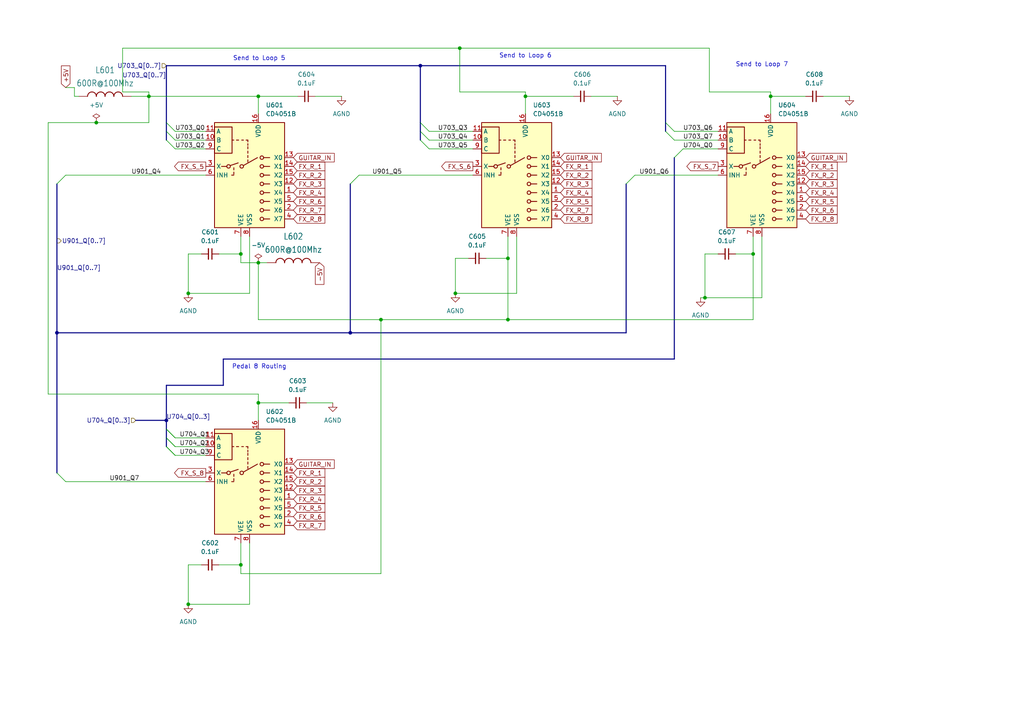
<source format=kicad_sch>
(kicad_sch (version 20250114) (generator "eeschema") (generator_version "9.0")
  (paper "A4")
  (lib_symbols
    (symbol "Analog_Switch:CD4051B"
      (property "Reference" "U" (at -10.16 16.51 0))
      (property "Value" "CD4051B" (at 3.81 16.51 0))
      (symbol "CD4051B_0_1"
        (rectangle (start -10.16 15.24) (end 10.16 -15.24) (stroke (width 0.254)) (fill (type background)))
        (rectangle (start -10.16 6.35) (end -5.08 13.97) (stroke (width 0.254)))
        (polyline (pts (xy -8.128 2.54) (xy -6.604 2.54)) (stroke (width 0.254)))
        (circle (center -6.096 2.54) (radius 0.508) (stroke (width 0.254)))
        (polyline (pts (xy -5.588 2.794) (xy -3.302 3.556)) (stroke (width 0.254)))
        (polyline (pts (xy -4.572 10.16) (xy -5.08 10.16)) (stroke (width 0.254)))
        (polyline (pts (xy -4.572 1.524) (xy -4.572 2.159)) (stroke (width 0.254)))
        (polyline (pts (xy -4.572 0.254) (xy -4.572 0.889)) (stroke (width 0.254)))
        (polyline (pts (xy -4.572 0) (xy -5.207 0)) (stroke (width 0.254)))
        (polyline (pts (xy -3.81 10.16) (xy -3.175 10.16)) (stroke (width 0.254)))
        (circle (center -2.286 2.54) (radius 0.508) (stroke (width 0.254)))
        (polyline (pts (xy -1.778 10.16) (xy -2.286 10.16)) (stroke (width 0.254)))
        (polyline (pts (xy -1.778 2.794) (xy 2.286 5.08)) (stroke (width 0.254)))
        (polyline (pts (xy -0.508 10.16) (xy -1.016 10.16)) (stroke (width 0.254)))
        (polyline (pts (xy -0.508 9.652) (xy -0.508 10.16)) (stroke (width 0.254)))
        (polyline (pts (xy -0.508 8.636) (xy -0.508 9.144)) (stroke (width 0.254)))
        (polyline (pts (xy -0.508 7.62) (xy -0.508 8.255)) (stroke (width 0.254)))
        (polyline (pts (xy -0.508 6.35) (xy -0.508 6.985)) (stroke (width 0.254)))
        (polyline (pts (xy -0.508 5.08) (xy -0.508 5.715)) (stroke (width 0.254)))
        (polyline (pts (xy -0.508 3.81) (xy -0.508 4.445)) (stroke (width 0.254)))
        (circle (center 3.556 5.08) (radius 0.508) (stroke (width 0.254)))
        (circle (center 3.556 2.54) (radius 0.508) (stroke (width 0.254)))
        (circle (center 3.556 0) (radius 0.508) (stroke (width 0.254)))
        (circle (center 3.556 -2.54) (radius 0.508) (stroke (width 0.254)))
        (circle (center 3.556 -5.08) (radius 0.508) (stroke (width 0.254)))
        (circle (center 3.556 -7.62) (radius 0.508) (stroke (width 0.254)))
        (circle (center 3.556 -10.16) (radius 0.508) (stroke (width 0.254)))
        (circle (center 3.556 -12.7) (radius 0.508) (stroke (width 0.254)))
        (polyline (pts (xy 4.064 5.08) (xy 5.842 5.08)) (stroke (width 0.254)))
        (polyline (pts (xy 4.064 2.54) (xy 5.842 2.54)) (stroke (width 0.254)))
        (polyline (pts (xy 4.064 0) (xy 5.842 0)) (stroke (width 0.254)))
        (polyline (pts (xy 4.064 -2.54) (xy 5.842 -2.54)) (stroke (width 0.254)))
        (polyline (pts (xy 4.064 -5.08) (xy 5.842 -5.08)) (stroke (width 0.254)))
        (polyline (pts (xy 4.064 -7.62) (xy 5.842 -7.62)) (stroke (width 0.254)))
        (polyline (pts (xy 4.064 -10.16) (xy 5.842 -10.16)) (stroke (width 0.254)))
        (polyline (pts (xy 4.064 -12.7) (xy 5.842 -12.7)) (stroke (width 0.254)))
      )
      (symbol "CD4051B_1_1"
        (pin input line (at -12.7 12.7 0) (length 2.54) (name "A") (number "11"))
        (pin input line (at -12.7 10.16 0) (length 2.54) (name "B") (number "10"))
        (pin input line (at -12.7 7.62 0) (length 2.54) (name "C") (number "9"))
        (pin bidirectional line (at -12.7 2.54 0) (length 2.54) (name "X") (number "3"))
        (pin input line (at -12.7 0 0) (length 2.54) (name "INH") (number "6"))
        (pin power_in line (at -2.54 -17.78 90) (length 2.54) (name "VEE") (number "7"))
        (pin power_in line (at 0 -17.78 90) (length 2.54) (name "VSS") (number "8"))
        (pin power_in line (at 2.54 17.78 270) (length 2.54) (name "VDD") (number "16"))
        (pin bidirectional line (at 12.7 5.08 180) (length 2.54) (name "X0") (number "13"))
        (pin bidirectional line (at 12.7 2.54 180) (length 2.54) (name "X1") (number "14"))
        (pin bidirectional line (at 12.7 0 180) (length 2.54) (name "X2") (number "15"))
        (pin bidirectional line (at 12.7 -2.54 180) (length 2.54) (name "X3") (number "12"))
        (pin bidirectional line (at 12.7 -5.08 180) (length 2.54) (name "X4") (number "1"))
        (pin bidirectional line (at 12.7 -7.62 180) (length 2.54) (name "X5") (number "5"))
        (pin bidirectional line (at 12.7 -10.16 180) (length 2.54) (name "X6") (number "2"))
        (pin bidirectional line (at 12.7 -12.7 180) (length 2.54) (name "X7") (number "4"))
      )
    )
    (symbol "Device:C_Small" (pin_numbers (hide yes)) (pin_names (offset 0.254) (hide yes))
      (property "Reference" "C" (at 0.254 1.778 0))
      (property "Value" "C_Small" (at 0.254 -2.032 0))
      (symbol "C_Small_0_1"
        (polyline (pts (xy -1.524 0.508) (xy 1.524 0.508)) (stroke (width 0.3048)))
        (polyline (pts (xy -1.524 -0.508) (xy 1.524 -0.508)) (stroke (width 0.3302)))
      )
      (symbol "C_Small_1_1"
        (pin passive line (at 0 2.54 270) (length 2.032) (name "~") (number "1"))
        (pin passive line (at 0 -2.54 90) (length 2.032) (name "~") (number "2"))
      )
    )
    (symbol "WE_UKW:WE-UKW_1SW_74275010"
      (property "Reference" "L" (at 0 2.54 0))
      (symbol "WE-UKW_1SW_74275010_1_0"
        (arc (start -5.08 0) (mid -3.81 1.27) (end -2.54 0) (stroke (width 0.254)))
        (arc (start -2.54 0) (mid -1.27 1.27) (end 0 0) (stroke (width 0.254)))
        (arc (start 0 0) (mid 1.27 1.27) (end 2.54 0) (stroke (width 0.254)))
        (arc (start 2.54 0) (mid 3.81 1.27) (end 5.08 0) (stroke (width 0.254)))
        (pin passive line (at -7.62 0 0) (length 2.54) (name "1") (number "1"))
        (pin passive line (at 7.62 0 180) (length 2.54) (name "2") (number "2"))
      )
    )
    (symbol "power:GND" (power) (pin_numbers (hide yes)) (pin_names (offset 0) (hide yes))
      (property "Value" "GND" (at 0 -3.81 0))
      (symbol "GND_0_1"
        (polyline (pts (xy 0 0) (xy 0 -1.27) (xy 1.27 -1.27) (xy 0 -2.54) (xy -1.27 -1.27) (xy 0 -1.27)))
      )
      (symbol "GND_1_1"
        (pin power_in line (at 0 0 270) (length 0) (name "~") (number "1"))
      )
    )
    (symbol "power:PWR_FLAG" (power) (pin_numbers (hide yes)) (pin_names (offset 0) (hide yes))
      (property "Value" "PWR_FLAG" (at 0 3.81 0))
      (symbol "PWR_FLAG_0_0"
        (pin power_out line (at 0 0 90) (length 0) (name "~") (number "1"))
      )
      (symbol "PWR_FLAG_0_1"
        (polyline (pts (xy 0 0) (xy 0 1.27) (xy -1.016 1.905) (xy 0 2.54) (xy 1.016 1.905) (xy 0 1.27)))
      )
    )
  )
  (text "Pedal 8 Routing" (at 75.184 106.426 0) (effects (font (size 1.27 1.27))))
  (text "Send to Loop 5" (at 75.184 17.018 0) (effects (font (size 1.27 1.27))))
  (text "Send to Loop 6" (at 152.4 16.256 0) (effects (font (size 1.27 1.27))))
  (text "Send to Loop 7" (at 220.98 18.796 0) (effects (font (size 1.27 1.27))))
  (junction (at 110.49 92.71))
  (junction (at 218.44 73.66))
  (junction (at 204.47 86.36))
  (junction (at 101.6 96.52))
  (junction (at 223.52 27.94))
  (junction (at 48.26 121.92))
  (junction (at 121.92 19.05))
  (junction (at 133.35 13.97))
  (junction (at 54.61 175.26))
  (junction (at 152.4 27.94))
  (junction (at 69.85 73.66))
  (junction (at 27.94 35.56))
  (junction (at 74.93 27.94))
  (junction (at 43.18 27.94))
  (junction (at 74.93 76.2))
  (junction (at 54.61 85.09))
  (junction (at 147.32 92.71))
  (junction (at 74.93 116.84))
  (junction (at 147.32 74.93))
  (junction (at 16.51 96.52))
  (junction (at 132.08 85.09))
  (junction (at 69.85 163.83))
  (bus_entry (at 48.26 124.46) (size 2.54 2.54))
  (bus_entry (at 48.26 35.56) (size 2.54 2.54))
  (bus_entry (at 193.04 38.1) (size 2.54 2.54))
  (bus_entry (at 48.26 129.54) (size 2.54 2.54))
  (bus_entry (at 121.92 40.64) (size 2.54 2.54))
  (bus_entry (at 48.26 40.64) (size 2.54 2.54))
  (bus_entry (at 121.92 35.56) (size 2.54 2.54))
  (bus_entry (at 101.6 53.34) (size 2.54 -2.54))
  (bus_entry (at 181.61 53.34) (size 2.54 -2.54))
  (bus_entry (at 193.04 35.56) (size 2.54 2.54))
  (bus_entry (at 16.51 53.34) (size 2.54 -2.54))
  (bus_entry (at 48.26 129.54) (size 2.54 2.54))
  (bus_entry (at 121.92 38.1) (size 2.54 2.54))
  (bus_entry (at 48.26 124.46) (size 2.54 2.54))
  (bus_entry (at 48.26 127) (size 2.54 2.54))
  (bus_entry (at 48.26 38.1) (size 2.54 2.54))
  (bus_entry (at 48.26 127) (size 2.54 2.54))
  (bus_entry (at 195.58 45.72) (size 2.54 -2.54))
  (bus_entry (at 16.51 137.16) (size 2.54 2.54))
  (wire (pts (xy 149.86 68.58) (xy 149.86 85.09)))
  (wire (pts (xy 238.76 27.94) (xy 246.38 27.94)))
  (wire (pts (xy 204.47 73.66) (xy 208.28 73.66)))
  (wire (pts (xy 223.52 27.94) (xy 223.52 33.02)))
  (wire (pts (xy 204.47 86.36) (xy 203.2 86.36)))
  (wire (pts (xy 195.58 40.64) (xy 208.28 40.64)))
  (wire (pts (xy 63.5 73.66) (xy 69.85 73.66)))
  (wire (pts (xy 124.46 40.64) (xy 137.16 40.64)))
  (wire (pts (xy 223.52 27.94) (xy 233.68 27.94)))
  (bus (pts (xy 39.37 121.92) (xy 48.26 121.92)))
  (wire (pts (xy 140.97 74.93) (xy 147.32 74.93)))
  (wire (pts (xy 152.4 26.67) (xy 133.35 26.67)))
  (wire (pts (xy 220.98 86.36) (xy 204.47 86.36)))
  (wire (pts (xy 69.85 166.37) (xy 110.49 166.37)))
  (wire (pts (xy 74.93 76.2) (xy 77.47 76.2)))
  (bus (pts (xy 16.51 96.52) (xy 101.6 96.52)))
  (bus (pts (xy 48.26 38.1) (xy 48.26 40.64)))
  (wire (pts (xy 63.5 163.83) (xy 69.85 163.83)))
  (wire (pts (xy 50.8 132.08) (xy 59.69 132.08)))
  (wire (pts (xy 184.15 50.8) (xy 208.28 50.8)))
  (wire (pts (xy 72.39 175.26) (xy 54.61 175.26)))
  (wire (pts (xy 54.61 73.66) (xy 58.42 73.66)))
  (wire (pts (xy 74.93 116.84) (xy 74.93 121.92)))
  (bus (pts (xy 193.04 35.56) (xy 193.04 38.1)))
  (wire (pts (xy 74.93 114.3) (xy 13.97 114.3)))
  (bus (pts (xy 193.04 19.05) (xy 193.04 35.56)))
  (wire (pts (xy 69.85 76.2) (xy 69.85 73.66)))
  (wire (pts (xy 104.14 50.8) (xy 137.16 50.8)))
  (wire (pts (xy 86.36 27.94) (xy 74.93 27.94)))
  (wire (pts (xy 21.59 25.4) (xy 19.05 25.4)))
  (wire (pts (xy 27.94 35.56) (xy 43.18 35.56)))
  (bus (pts (xy 64.77 111.76) (xy 64.77 104.14)))
  (wire (pts (xy 74.93 92.71) (xy 74.93 76.2)))
  (wire (pts (xy 152.4 26.67) (xy 152.4 27.94)))
  (bus (pts (xy 101.6 96.52) (xy 181.61 96.52)))
  (bus (pts (xy 16.51 53.34) (xy 16.51 96.52)))
  (bus (pts (xy 48.26 19.05) (xy 48.26 35.56)))
  (wire (pts (xy 21.59 27.94) (xy 21.59 25.4)))
  (wire (pts (xy 195.58 38.1) (xy 208.28 38.1)))
  (wire (pts (xy 213.36 73.66) (xy 218.44 73.66)))
  (wire (pts (xy 132.08 74.93) (xy 132.08 85.09)))
  (wire (pts (xy 74.93 116.84) (xy 83.82 116.84)))
  (wire (pts (xy 149.86 85.09) (xy 132.08 85.09)))
  (bus (pts (xy 181.61 53.34) (xy 181.61 96.52)))
  (wire (pts (xy 152.4 27.94) (xy 152.4 33.02)))
  (wire (pts (xy 43.18 35.56) (xy 43.18 27.94)))
  (wire (pts (xy 218.44 73.66) (xy 218.44 68.58)))
  (wire (pts (xy 50.8 129.54) (xy 59.69 129.54)))
  (bus (pts (xy 48.26 121.92) (xy 48.26 124.46)))
  (wire (pts (xy 21.59 27.94) (xy 22.86 27.94)))
  (wire (pts (xy 74.93 114.3) (xy 74.93 116.84)))
  (wire (pts (xy 91.44 27.94) (xy 99.06 27.94)))
  (wire (pts (xy 54.61 163.83) (xy 54.61 175.26)))
  (wire (pts (xy 35.56 13.97) (xy 35.56 26.67)))
  (wire (pts (xy 38.1 27.94) (xy 43.18 27.94)))
  (bus (pts (xy 121.92 35.56) (xy 121.92 38.1)))
  (bus (pts (xy 48.26 121.92) (xy 48.26 111.76)))
  (wire (pts (xy 110.49 92.71) (xy 74.93 92.71)))
  (wire (pts (xy 43.18 27.94) (xy 74.93 27.94)))
  (wire (pts (xy 69.85 166.37) (xy 69.85 163.83)))
  (bus (pts (xy 121.92 19.05) (xy 48.26 19.05)))
  (wire (pts (xy 13.97 35.56) (xy 27.94 35.56)))
  (wire (pts (xy 166.37 27.94) (xy 152.4 27.94)))
  (wire (pts (xy 74.93 27.94) (xy 74.93 33.02)))
  (wire (pts (xy 19.05 139.7) (xy 59.69 139.7)))
  (wire (pts (xy 50.8 38.1) (xy 59.69 38.1)))
  (wire (pts (xy 218.44 92.71) (xy 147.32 92.71)))
  (bus (pts (xy 195.58 45.72) (xy 195.58 104.14)))
  (wire (pts (xy 43.18 26.67) (xy 43.18 27.94)))
  (bus (pts (xy 48.26 111.76) (xy 64.77 111.76)))
  (wire (pts (xy 147.32 92.71) (xy 110.49 92.71)))
  (wire (pts (xy 205.74 26.67) (xy 205.74 13.97)))
  (bus (pts (xy 48.26 127) (xy 48.26 129.54)))
  (wire (pts (xy 54.61 163.83) (xy 58.42 163.83)))
  (bus (pts (xy 48.26 35.56) (xy 48.26 38.1)))
  (wire (pts (xy 50.8 43.18) (xy 59.69 43.18)))
  (wire (pts (xy 147.32 74.93) (xy 147.32 68.58)))
  (bus (pts (xy 16.51 96.52) (xy 16.51 137.16)))
  (bus (pts (xy 64.77 104.14) (xy 195.58 104.14)))
  (wire (pts (xy 69.85 73.66) (xy 69.85 68.58)))
  (wire (pts (xy 19.05 50.8) (xy 59.69 50.8)))
  (bus (pts (xy 121.92 35.56) (xy 121.92 19.05)))
  (bus (pts (xy 48.26 124.46) (xy 48.26 127)))
  (wire (pts (xy 198.12 43.18) (xy 208.28 43.18)))
  (wire (pts (xy 223.52 26.67) (xy 223.52 27.94)))
  (wire (pts (xy 72.39 157.48) (xy 72.39 175.26)))
  (wire (pts (xy 69.85 76.2) (xy 74.93 76.2)))
  (wire (pts (xy 69.85 163.83) (xy 69.85 157.48)))
  (wire (pts (xy 88.9 116.84) (xy 96.52 116.84)))
  (wire (pts (xy 132.08 74.93) (xy 135.89 74.93)))
  (wire (pts (xy 171.45 27.94) (xy 179.07 27.94)))
  (wire (pts (xy 13.97 114.3) (xy 13.97 35.56)))
  (wire (pts (xy 147.32 74.93) (xy 147.32 92.71)))
  (wire (pts (xy 124.46 38.1) (xy 137.16 38.1)))
  (wire (pts (xy 50.8 40.64) (xy 59.69 40.64)))
  (wire (pts (xy 133.35 26.67) (xy 133.35 13.97)))
  (wire (pts (xy 72.39 68.58) (xy 72.39 85.09)))
  (wire (pts (xy 223.52 26.67) (xy 205.74 26.67)))
  (wire (pts (xy 133.35 13.97) (xy 35.56 13.97)))
  (bus (pts (xy 101.6 53.34) (xy 101.6 96.52)))
  (wire (pts (xy 220.98 68.58) (xy 220.98 86.36)))
  (wire (pts (xy 205.74 13.97) (xy 133.35 13.97)))
  (wire (pts (xy 204.47 73.66) (xy 204.47 86.36)))
  (bus (pts (xy 121.92 19.05) (xy 193.04 19.05)))
  (wire (pts (xy 35.56 26.67) (xy 43.18 26.67)))
  (wire (pts (xy 54.61 73.66) (xy 54.61 85.09)))
  (bus (pts (xy 121.92 38.1) (xy 121.92 40.64)))
  (wire (pts (xy 72.39 85.09) (xy 54.61 85.09)))
  (wire (pts (xy 218.44 73.66) (xy 218.44 92.71)))
  (wire (pts (xy 124.46 43.18) (xy 137.16 43.18)))
  (wire (pts (xy 110.49 166.37) (xy 110.49 92.71)))
  (wire (pts (xy 50.8 127) (xy 59.69 127)))
  (label "U704_Q3" (at 52.07 132.08 0))
  (label "U703_Q3" (at 127 38.1 0))
  (label "U901_Q7" (at 31.75 139.7 0))
  (label "U703_Q5" (at 127 43.18 0))
  (label "U704_Q[0..3]" (at 48.26 121.92 0))
  (label "U703_Q7" (at 198.12 40.64 0))
  (label "U703_Q[0..7]" (at 48.26 22.86 180))
  (label "U901_Q6" (at 185.42 50.8 0))
  (label "U703_Q4" (at 127 40.64 0))
  (label "U901_Q4" (at 38.1 50.8 0))
  (label "U901_Q[0..7]" (at 16.51 78.74 0))
  (label "U704_Q0" (at 198.12 43.18 0))
  (label "U703_Q6" (at 198.12 38.1 0))
  (label "U703_Q1" (at 50.8 40.64 0))
  (label "U704_Q1" (at 52.07 127 0))
  (label "U703_Q0" (at 50.8 38.1 0))
  (label "U704_Q2" (at 52.07 129.54 0))
  (label "U901_Q5" (at 107.95 50.8 0))
  (label "U703_Q2" (at 50.8 43.18 0))
  (global_label "FX_R_4" (shape input) (at 162.56 55.88 0) (property "Intersheetrefs" "${INTERSHEET_REFS}" (effects (hide yes))))
  (global_label "FX_R_7" (shape input) (at 85.09 60.96 0) (property "Intersheetrefs" "${INTERSHEET_REFS}" (effects (hide yes))))
  (global_label "FX_R_8" (shape input) (at 162.56 63.5 0) (property "Intersheetrefs" "${INTERSHEET_REFS}" (effects (hide yes))))
  (global_label "FX_R_7" (shape input) (at 162.56 60.96 0) (property "Intersheetrefs" "${INTERSHEET_REFS}" (effects (hide yes))))
  (global_label "FX_R_6" (shape input) (at 233.68 60.96 0) (property "Intersheetrefs" "${INTERSHEET_REFS}" (effects (hide yes))))
  (global_label "GUITAR_IN" (shape input) (at 233.68 45.72 0) (property "Intersheetrefs" "${INTERSHEET_REFS}" (effects (hide yes))))
  (global_label "FX_R_5" (shape input) (at 162.56 58.42 0) (property "Intersheetrefs" "${INTERSHEET_REFS}" (effects (hide yes))))
  (global_label "FX_R_5" (shape input) (at 85.09 147.32 0) (property "Intersheetrefs" "${INTERSHEET_REFS}" (effects (hide yes))))
  (global_label "FX_R_5" (shape input) (at 233.68 58.42 0) (property "Intersheetrefs" "${INTERSHEET_REFS}" (effects (hide yes))))
  (global_label "FX_R_4" (shape input) (at 85.09 144.78 0) (property "Intersheetrefs" "${INTERSHEET_REFS}" (effects (hide yes))))
  (global_label "FX_S_5" (shape output) (at 59.69 48.26 180) (property "Intersheetrefs" "${INTERSHEET_REFS}" (effects (hide yes))))
  (global_label "FX_R_7" (shape input) (at 85.09 152.4 0) (property "Intersheetrefs" "${INTERSHEET_REFS}" (effects (hide yes))))
  (global_label "GUITAR_IN" (shape input) (at 85.09 45.72 0) (property "Intersheetrefs" "${INTERSHEET_REFS}" (effects (hide yes))))
  (global_label "FX_R_1" (shape input) (at 233.68 48.26 0) (property "Intersheetrefs" "${INTERSHEET_REFS}" (effects (hide yes))))
  (global_label "FX_R_3" (shape input) (at 85.09 142.24 0) (property "Intersheetrefs" "${INTERSHEET_REFS}" (effects (hide yes))))
  (global_label "FX_R_2" (shape input) (at 85.09 139.7 0) (property "Intersheetrefs" "${INTERSHEET_REFS}" (effects (hide yes))))
  (global_label "FX_R_8" (shape input) (at 233.68 63.5 0) (property "Intersheetrefs" "${INTERSHEET_REFS}" (effects (hide yes))))
  (global_label "FX_R_6" (shape input) (at 85.09 58.42 0) (property "Intersheetrefs" "${INTERSHEET_REFS}" (effects (hide yes))))
  (global_label "FX_R_1" (shape input) (at 85.09 137.16 0) (property "Intersheetrefs" "${INTERSHEET_REFS}" (effects (hide yes))))
  (global_label "FX_R_4" (shape input) (at 85.09 55.88 0) (property "Intersheetrefs" "${INTERSHEET_REFS}" (effects (hide yes))))
  (global_label "FX_R_2" (shape input) (at 85.09 50.8 0) (property "Intersheetrefs" "${INTERSHEET_REFS}" (effects (hide yes))))
  (global_label "FX_R_2" (shape input) (at 162.56 50.8 0) (property "Intersheetrefs" "${INTERSHEET_REFS}" (effects (hide yes))))
  (global_label "FX_S_7" (shape output) (at 208.28 48.26 180) (property "Intersheetrefs" "${INTERSHEET_REFS}" (effects (hide yes))))
  (global_label "FX_R_1" (shape input) (at 85.09 48.26 0) (property "Intersheetrefs" "${INTERSHEET_REFS}" (effects (hide yes))))
  (global_label "FX_S_6" (shape output) (at 137.16 48.26 180) (property "Intersheetrefs" "${INTERSHEET_REFS}" (effects (hide yes))))
  (global_label "FX_R_2" (shape input) (at 233.68 50.8 0) (property "Intersheetrefs" "${INTERSHEET_REFS}" (effects (hide yes))))
  (global_label "FX_R_4" (shape input) (at 233.68 55.88 0) (property "Intersheetrefs" "${INTERSHEET_REFS}" (effects (hide yes))))
  (global_label "GUITAR_IN" (shape input) (at 162.56 45.72 0) (property "Intersheetrefs" "${INTERSHEET_REFS}" (effects (hide yes))))
  (global_label "FX_S_8" (shape output) (at 59.69 137.16 180) (property "Intersheetrefs" "${INTERSHEET_REFS}" (effects (hide yes))))
  (global_label "+5V" (shape input) (at 19.05 25.4 90) (property "Intersheetrefs" "${INTERSHEET_REFS}" (effects (hide yes))))
  (global_label "-5V" (shape input) (at 92.71 76.2 270) (property "Intersheetrefs" "${INTERSHEET_REFS}" (effects (hide yes))))
  (global_label "FX_R_6" (shape input) (at 85.09 149.86 0) (property "Intersheetrefs" "${INTERSHEET_REFS}" (effects (hide yes))))
  (global_label "FX_R_3" (shape input) (at 162.56 53.34 0) (property "Intersheetrefs" "${INTERSHEET_REFS}" (effects (hide yes))))
  (global_label "FX_R_3" (shape input) (at 85.09 53.34 0) (property "Intersheetrefs" "${INTERSHEET_REFS}" (effects (hide yes))))
  (global_label "FX_R_8" (shape input) (at 85.09 63.5 0) (property "Intersheetrefs" "${INTERSHEET_REFS}" (effects (hide yes))))
  (global_label "GUITAR_IN" (shape input) (at 85.09 134.62 0) (property "Intersheetrefs" "${INTERSHEET_REFS}" (effects (hide yes))))
  (global_label "FX_R_1" (shape input) (at 162.56 48.26 0) (property "Intersheetrefs" "${INTERSHEET_REFS}" (effects (hide yes))))
  (global_label "FX_R_3" (shape input) (at 233.68 53.34 0) (property "Intersheetrefs" "${INTERSHEET_REFS}" (effects (hide yes))))
  (hierarchical_label "U704_Q[0..3]" (shape input) (at 39.37 121.92 180))
  (hierarchical_label "U901_Q[0..7]" (shape output) (at 16.51 69.85 0))
  (hierarchical_label "U703_Q[0..7]" (shape input) (at 48.26 19.05 180))
  (symbol (lib_id "Analog_Switch:CD4051B") (at 72.39 139.7 0) (unit 1)
    (property "Reference" "U602" (at 77.0733 119.38 0) (effects (justify left)))
    (property "Value" "CD4051B" (at 77.0733 121.92 0) (effects (justify left)))
    (property "Footprint" "Package_DIP:DIP-16_W7.62mm" (effects (hide yes)))
    (property "Datasheet" "http://www.ti.com/lit/ds/symlink/cd4052b.pdf" (effects (hide yes)))
    (property "Description" "CMOS single 8-channel analog multiplexer demultiplexer, TSSOP-16/DIP-16/SOIC-16" (effects (hide yes)))
  )
  (symbol (lib_id "Device:C_Small") (at 236.22 27.94 270) (unit 1)
    (property "Reference" "C608" (at 236.2136 21.59 90))
    (property "Value" "0.1uF" (at 236.2136 24.13 90))
    (property "Footprint" "Capacitor_THT:C_Disc_D5.0mm_W2.5mm_P2.50mm" (effects (hide yes)))
    (property "Description" "Unpolarized capacitor, small symbol" (effects (hide yes)))
  )
  (symbol (lib_id "power:GND") (at 132.08 85.09 0) (unit 1)
    (property "Reference" "#PWR0605" (effects (hide yes)))
    (property "Value" "AGND" (at 132.08 90.17 0))
    (property "Description" "Power symbol creates a global label with name \"GND\" , ground" (effects (hide yes)))
  )
  (symbol (lib_id "power:GND") (at 179.07 27.94 0) (unit 1)
    (property "Reference" "#PWR0606" (effects (hide yes)))
    (property "Value" "AGND" (at 179.07 33.02 0))
    (property "Description" "Power symbol creates a global label with name \"GND\" , ground" (effects (hide yes)))
  )
  (symbol (lib_id "Device:C_Small") (at 210.82 73.66 270) (unit 1)
    (property "Reference" "C607" (at 210.8136 67.31 90))
    (property "Value" "0.1uF" (at 210.8136 69.85 90))
    (property "Footprint" "Capacitor_THT:C_Disc_D5.0mm_W2.5mm_P2.50mm" (effects (hide yes)))
    (property "Description" "Unpolarized capacitor, small symbol" (effects (hide yes)))
  )
  (symbol (lib_id "power:GND") (at 54.61 85.09 0) (unit 1)
    (property "Reference" "#PWR0601" (effects (hide yes)))
    (property "Value" "AGND" (at 54.61 90.17 0))
    (property "Description" "Power symbol creates a global label with name \"GND\" , ground" (effects (hide yes)))
  )
  (symbol (lib_id "power:GND") (at 99.06 27.94 0) (unit 1)
    (property "Reference" "#PWR0604" (effects (hide yes)))
    (property "Value" "AGND" (at 99.06 33.02 0))
    (property "Description" "Power symbol creates a global label with name \"GND\" , ground" (effects (hide yes)))
  )
  (symbol (lib_id "Device:C_Small") (at 86.36 116.84 270) (unit 1)
    (property "Reference" "C603" (at 86.3536 110.49 90))
    (property "Value" "0.1uF" (at 86.3536 113.03 90))
    (property "Footprint" "Capacitor_THT:C_Disc_D5.0mm_W2.5mm_P2.50mm" (effects (hide yes)))
    (property "Description" "Unpolarized capacitor, small symbol" (effects (hide yes)))
  )
  (symbol (lib_id "Device:C_Small") (at 60.96 163.83 270) (unit 1)
    (property "Reference" "C602" (at 60.9536 157.48 90))
    (property "Value" "0.1uF" (at 60.9536 160.02 90))
    (property "Footprint" "Capacitor_THT:C_Disc_D5.0mm_W2.5mm_P2.50mm" (effects (hide yes)))
    (property "Description" "Unpolarized capacitor, small symbol" (effects (hide yes)))
  )
  (symbol (lib_id "Device:C_Small") (at 138.43 74.93 270) (unit 1)
    (property "Reference" "C605" (at 138.4236 68.58 90))
    (property "Value" "0.1uF" (at 138.4236 71.12 90))
    (property "Footprint" "Capacitor_THT:C_Disc_D5.0mm_W2.5mm_P2.50mm" (effects (hide yes)))
    (property "Description" "Unpolarized capacitor, small symbol" (effects (hide yes)))
  )
  (symbol (lib_id "power:PWR_FLAG") (at 27.94 35.56 0) (unit 1)
    (property "Reference" "#FLG0602" (effects (hide yes)))
    (property "Value" "+5V" (at 27.94 30.48 0))
    (property "Description" "Special symbol for telling ERC where power comes from" (effects (hide yes)))
  )
  (symbol (lib_id "power:GND") (at 246.38 27.94 0) (unit 1)
    (property "Reference" "#PWR0608" (effects (hide yes)))
    (property "Value" "AGND" (at 246.38 33.02 0))
    (property "Description" "Power symbol creates a global label with name \"GND\" , ground" (effects (hide yes)))
  )
  (symbol (lib_id "WE_UKW:WE-UKW_1SW_74275010") (at 85.09 76.2 0) (unit 1)
    (property "Reference" "L602" (at 85.09 68.58 0) (effects (font (size 1.778 1.5113))))
    (property "Value" "600R@100Mhz" (at 85.09 72.39 0) (effects (font (size 1.778 1.5113))))
    (property "Footprint" "WE-UKW:WE-UKW_74275010" (effects (hide yes)))
    (property "Description" "WE-UKW EMI Suppression 6-Hole Ferrite Bead\n\nCharacteristics\n\nImpedance will increase with more turns, available in 1 to 3 turns\n4 different materials available for perfect interference suppression\nAlso available ready-bent or in individual length\nMaximum current capability is 3 A / 5 A (short-time)\nOperating temperature: –25 ºC to +125 ºC\n\nApplications\n\nProtection against radio frequency interferences\n\nhttps://katalog.we-online.de/media/images/v2/o14887v209%20Family_WE-UKW_6LOCH.jpg\n\nDetails see: http://katalog.we-online.de/en/pbs/WE-UKW/S http://katalog.we-online.de/en/pbs/WE-UKW/S\n\nCreated  by Ella Wu  2019-01-02\n2019 (C) Wurth Elektronik" (effects (hide yes)))
  )
  (symbol (lib_id "WE_UKW:WE-UKW_1SW_74275010") (at 30.48 27.94 0) (unit 1)
    (property "Reference" "L601" (at 30.48 20.32 0) (effects (font (size 1.778 1.5113))))
    (property "Value" "600R@100Mhz" (at 30.48 24.13 0) (effects (font (size 1.778 1.5113))))
    (property "Footprint" "WE-UKW:WE-UKW_74275010" (effects (hide yes)))
    (property "Description" "WE-UKW EMI Suppression 6-Hole Ferrite Bead\n\nCharacteristics\n\nImpedance will increase with more turns, available in 1 to 3 turns\n4 different materials available for perfect interference suppression\nAlso available ready-bent or in individual length\nMaximum current capability is 3 A / 5 A (short-time)\nOperating temperature: –25 ºC to +125 ºC\n\nApplications\n\nProtection against radio frequency interferences\n\nhttps://katalog.we-online.de/media/images/v2/o14887v209%20Family_WE-UKW_6LOCH.jpg\n\nDetails see: http://katalog.we-online.de/en/pbs/WE-UKW/S http://katalog.we-online.de/en/pbs/WE-UKW/S\n\nCreated  by Ella Wu  2019-01-02\n2019 (C) Wurth Elektronik" (effects (hide yes)))
  )
  (symbol (lib_id "power:PWR_FLAG") (at 74.93 76.2 0) (unit 1)
    (property "Reference" "#FLG0601" (effects (hide yes)))
    (property "Value" "-5V" (at 74.93 71.12 0))
    (property "Description" "Special symbol for telling ERC where power comes from" (effects (hide yes)))
  )
  (symbol (lib_id "Device:C_Small") (at 88.9 27.94 270) (unit 1)
    (property "Reference" "C604" (at 88.8936 21.59 90))
    (property "Value" "0.1uF" (at 88.8936 24.13 90))
    (property "Footprint" "Capacitor_THT:C_Disc_D5.0mm_W2.5mm_P2.50mm" (effects (hide yes)))
    (property "Description" "Unpolarized capacitor, small symbol" (effects (hide yes)))
  )
  (symbol (lib_id "power:GND") (at 203.2 86.36 0) (unit 1)
    (property "Reference" "#PWR0607" (effects (hide yes)))
    (property "Value" "AGND" (at 203.2 91.44 0))
    (property "Description" "Power symbol creates a global label with name \"GND\" , ground" (effects (hide yes)))
  )
  (symbol (lib_id "Device:C_Small") (at 168.91 27.94 270) (unit 1)
    (property "Reference" "C606" (at 168.9036 21.59 90))
    (property "Value" "0.1uF" (at 168.9036 24.13 90))
    (property "Footprint" "Capacitor_THT:C_Disc_D5.0mm_W2.5mm_P2.50mm" (effects (hide yes)))
    (property "Description" "Unpolarized capacitor, small symbol" (effects (hide yes)))
  )
  (symbol (lib_id "Analog_Switch:CD4051B") (at 72.39 50.8 0) (unit 1)
    (property "Reference" "U601" (at 77.0733 30.48 0) (effects (justify left)))
    (property "Value" "CD4051B" (at 77.0733 33.02 0) (effects (justify left)))
    (property "Footprint" "Package_DIP:DIP-16_W7.62mm" (effects (hide yes)))
    (property "Datasheet" "http://www.ti.com/lit/ds/symlink/cd4052b.pdf" (effects (hide yes)))
    (property "Description" "CMOS single 8-channel analog multiplexer demultiplexer, TSSOP-16/DIP-16/SOIC-16" (effects (hide yes)))
  )
  (symbol (lib_id "Device:C_Small") (at 60.96 73.66 270) (unit 1)
    (property "Reference" "C601" (at 60.9536 67.31 90))
    (property "Value" "0.1uF" (at 60.9536 69.85 90))
    (property "Footprint" "Capacitor_THT:C_Disc_D5.0mm_W2.5mm_P2.50mm" (effects (hide yes)))
    (property "Description" "Unpolarized capacitor, small symbol" (effects (hide yes)))
  )
  (symbol (lib_id "power:GND") (at 54.61 175.26 0) (unit 1)
    (property "Reference" "#PWR0602" (effects (hide yes)))
    (property "Value" "AGND" (at 54.61 180.34 0))
    (property "Description" "Power symbol creates a global label with name \"GND\" , ground" (effects (hide yes)))
  )
  (symbol (lib_id "Analog_Switch:CD4051B") (at 149.86 50.8 0) (unit 1)
    (property "Reference" "U603" (at 154.5433 30.48 0) (effects (justify left)))
    (property "Value" "CD4051B" (at 154.5433 33.02 0) (effects (justify left)))
    (property "Footprint" "Package_DIP:DIP-16_W7.62mm" (effects (hide yes)))
    (property "Datasheet" "http://www.ti.com/lit/ds/symlink/cd4052b.pdf" (effects (hide yes)))
    (property "Description" "CMOS single 8-channel analog multiplexer demultiplexer, TSSOP-16/DIP-16/SOIC-16" (effects (hide yes)))
  )
  (symbol (lib_id "Analog_Switch:CD4051B") (at 220.98 50.8 0) (unit 1)
    (property "Reference" "U604" (at 225.6633 30.48 0) (effects (justify left)))
    (property "Value" "CD4051B" (at 225.6633 33.02 0) (effects (justify left)))
    (property "Footprint" "Package_DIP:DIP-16_W7.62mm" (effects (hide yes)))
    (property "Datasheet" "http://www.ti.com/lit/ds/symlink/cd4052b.pdf" (effects (hide yes)))
    (property "Description" "CMOS single 8-channel analog multiplexer demultiplexer, TSSOP-16/DIP-16/SOIC-16" (effects (hide yes)))
  )
  (symbol (lib_id "power:GND") (at 96.52 116.84 0) (unit 1)
    (property "Reference" "#PWR0603" (effects (hide yes)))
    (property "Value" "AGND" (at 96.52 121.92 0))
    (property "Description" "Power symbol creates a global label with name \"GND\" , ground" (effects (hide yes)))
  )
)
</source>
